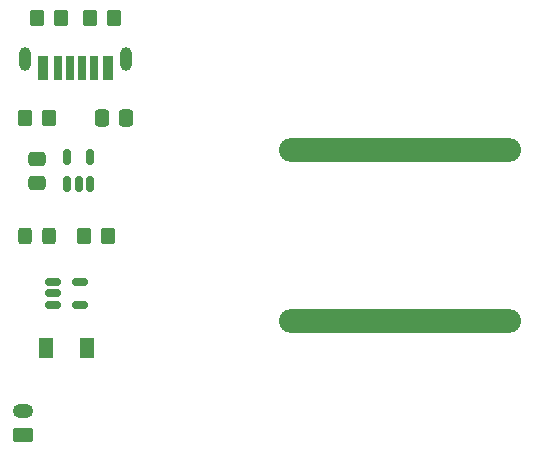
<source format=gbr>
%TF.GenerationSoftware,KiCad,Pcbnew,6.0.10-86aedd382b~118~ubuntu22.04.1*%
%TF.CreationDate,2023-02-04T11:12:36-05:00*%
%TF.ProjectId,HP Classic V3,48502043-6c61-4737-9369-632056332e6b,V3.1*%
%TF.SameCoordinates,Original*%
%TF.FileFunction,Soldermask,Top*%
%TF.FilePolarity,Negative*%
%FSLAX46Y46*%
G04 Gerber Fmt 4.6, Leading zero omitted, Abs format (unit mm)*
G04 Created by KiCad (PCBNEW 6.0.10-86aedd382b~118~ubuntu22.04.1) date 2023-02-04 11:12:36*
%MOMM*%
%LPD*%
G01*
G04 APERTURE LIST*
G04 Aperture macros list*
%AMRoundRect*
0 Rectangle with rounded corners*
0 $1 Rounding radius*
0 $2 $3 $4 $5 $6 $7 $8 $9 X,Y pos of 4 corners*
0 Add a 4 corners polygon primitive as box body*
4,1,4,$2,$3,$4,$5,$6,$7,$8,$9,$2,$3,0*
0 Add four circle primitives for the rounded corners*
1,1,$1+$1,$2,$3*
1,1,$1+$1,$4,$5*
1,1,$1+$1,$6,$7*
1,1,$1+$1,$8,$9*
0 Add four rect primitives between the rounded corners*
20,1,$1+$1,$2,$3,$4,$5,0*
20,1,$1+$1,$4,$5,$6,$7,0*
20,1,$1+$1,$6,$7,$8,$9,0*
20,1,$1+$1,$8,$9,$2,$3,0*%
G04 Aperture macros list end*
%ADD10O,1.000000X2.000000*%
%ADD11R,0.900000X2.000000*%
%ADD12R,0.800000X2.000000*%
%ADD13R,0.700000X2.000000*%
%ADD14RoundRect,0.250000X-0.337500X-0.475000X0.337500X-0.475000X0.337500X0.475000X-0.337500X0.475000X0*%
%ADD15RoundRect,0.150000X-0.512500X-0.150000X0.512500X-0.150000X0.512500X0.150000X-0.512500X0.150000X0*%
%ADD16R,1.300000X1.700000*%
%ADD17RoundRect,0.250000X0.350000X0.450000X-0.350000X0.450000X-0.350000X-0.450000X0.350000X-0.450000X0*%
%ADD18RoundRect,0.250000X-0.325000X-0.450000X0.325000X-0.450000X0.325000X0.450000X-0.325000X0.450000X0*%
%ADD19RoundRect,0.250000X0.475000X-0.337500X0.475000X0.337500X-0.475000X0.337500X-0.475000X-0.337500X0*%
%ADD20RoundRect,0.150000X0.150000X-0.512500X0.150000X0.512500X-0.150000X0.512500X-0.150000X-0.512500X0*%
%ADD21O,1.750000X1.200000*%
%ADD22RoundRect,0.250000X0.625000X-0.350000X0.625000X0.350000X-0.625000X0.350000X-0.625000X-0.350000X0*%
%ADD23RoundRect,0.250000X-0.350000X-0.450000X0.350000X-0.450000X0.350000X0.450000X-0.350000X0.450000X0*%
%ADD24O,20.500000X2.000000*%
G04 APERTURE END LIST*
D10*
%TO.C,J1*%
X4480000Y38500000D03*
X13020000Y38500000D03*
D11*
X6000000Y37700000D03*
D12*
X7230000Y37700000D03*
D13*
X9250000Y37700000D03*
D11*
X11500000Y37700000D03*
D12*
X10270000Y37700000D03*
D13*
X8250000Y37700000D03*
%TD*%
D14*
%TO.C,C1*%
X13037500Y33500000D03*
X10962500Y33500000D03*
%TD*%
D15*
%TO.C,U2*%
X9137500Y19573528D03*
X9137500Y17673528D03*
X6862500Y17673528D03*
X6862500Y18623528D03*
X6862500Y19573528D03*
%TD*%
D16*
%TO.C,Z1*%
X6250000Y14000000D03*
X9750000Y14000000D03*
%TD*%
D17*
%TO.C,R1*%
X5500000Y41900000D03*
X7500000Y41900000D03*
%TD*%
D18*
%TO.C,LED1*%
X6525000Y23500000D03*
X4475000Y23500000D03*
%TD*%
D19*
%TO.C,C2*%
X5500000Y30037500D03*
X5500000Y27962500D03*
%TD*%
D20*
%TO.C,U1*%
X8050000Y30137500D03*
X9950000Y30137500D03*
X9950000Y27862500D03*
X9000000Y27862500D03*
X8050000Y27862500D03*
%TD*%
D21*
%TO.C,J2*%
X4300000Y8620000D03*
D22*
X4300000Y6620000D03*
%TD*%
D17*
%TO.C,R4*%
X4500000Y33500000D03*
X6500000Y33500000D03*
%TD*%
%TO.C,R3*%
X9500000Y23500000D03*
X11500000Y23500000D03*
%TD*%
D23*
%TO.C,R2*%
X10000000Y41900000D03*
X12000000Y41900000D03*
%TD*%
D24*
%TO.C,NEG1*%
X36250000Y30750000D03*
%TD*%
%TO.C,POS1*%
X36250000Y16250000D03*
%TD*%
M02*

</source>
